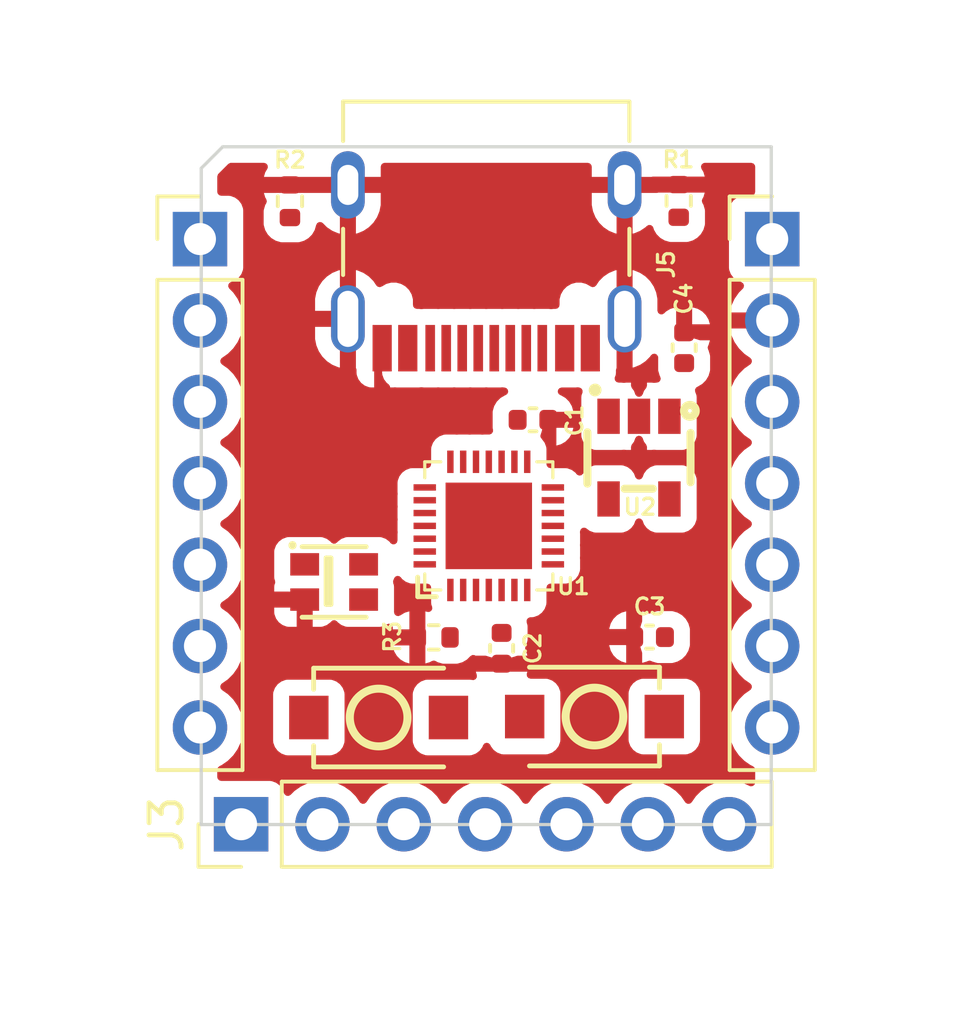
<source format=kicad_pcb>
(kicad_pcb (version 20240108) (generator "pcbnew") (generator_version "8.0")
  (layers (0 "F.Cu" signal) (31 "B.Cu" signal) (34 "B.Paste" user) (35 "F.Paste" user) (36 "B.SilkS" user "B.Silkscreen") (37 "F.SilkS" user "F.Silkscreen") (38 "B.Mask" user) (39 "F.Mask" user) (44 "Edge.Cuts" user))
  (net 0 "")
  (net 1 "Net-(C3-Pad2)")
  (net 2 "/PB1")
  (net 3 "/PA0")
  (net 4 "/UART_TX")
  (net 5 "/PB0")
  (net 6 "/I2C_SCL")
  (net 7 "/I2C_SDA")
  (net 8 "/SPI_MISO")
  (net 9 "/SPI_SCK")
  (net 10 "/UART_RX")
  (net 11 "+3.3V")
  (net 12 "GND")
  (net 13 "/SPI_MOSI")
  (net 14 "/PA1")
  (net 15 "/PB3")
  (net 16 "/LED_OUTPUT")
  (net 17 "/PA15")
  (net 18 "/PB5")
  (net 19 "/PA14")
  (net 20 "/PA13")
  (net 21 "/USB_DN")
  (net 23 "VBUS")
  (net 24 "/USB_DP")
  (net 25 "Net-(J5-CC2)")
  (net 26 "Net-(J5-CC1)")
  (net 28 "/PB4")
  (net 29 "/PD0")
  (net 30 "Net-(U1-BOOT0{slash}PB8)")
  (net 31 "Net-(U1-NRST)")
  (footprint "Resistor_SMD:R_0402_1005Metric" (layer "F.Cu") (at 52.91 40.57 -90)
    (property "Reference" "R1" (at -1.29 0.01 180) (layer "F.SilkS") (effects (font (size 0.5 0.5) (thickness 0.1) (bold yes))))
    (property "Value" "5K1")
    (fp_line (start -0.153641 0.38) (end 0.153641 0.38) (stroke (width 0.12)) (layer "F.SilkS"))
    (fp_line (start -0.153641 -0.38) (end 0.153641 -0.38) (stroke (width 0.12)) (layer "F.SilkS"))
    (pad "1" smd roundrect (at -0.51 0 270) (size 0.54 0.64) (layers "F.Cu" "F.Paste" "F.Mask") (net 12 "GND"))
    (pad "2" smd roundrect (at 0.51 0 270) (size 0.54 0.64) (layers "F.Cu" "F.Paste" "F.Mask") (net 26 "Net-(J5-CC1)"))
  )
  (footprint "Connector_PinHeader_2.54mm:PinHeader_1x07_P2.54mm_Vertical" (layer "F.Cu") (at 39.245 60.02 90)
    (property "Reference" "J3" (at 0 -2.33 90) (layer "F.SilkS"))
    (property "Value" "Conn_01x07_Pin")
    (fp_line (start -1.33 -1.33) (end 0 -1.33) (stroke (width 0.12)) (layer "F.SilkS"))
    (fp_line (start -1.33 0) (end -1.33 -1.33) (stroke (width 0.12)) (layer "F.SilkS"))
    (fp_line (start 1.33 1.27) (end 1.33 16.57) (stroke (width 0.12)) (layer "F.SilkS"))
    (fp_line (start -1.33 1.27) (end 1.33 1.27) (stroke (width 0.12)) (layer "F.SilkS"))
    (fp_line (start -1.33 1.27) (end -1.33 16.57) (stroke (width 0.12)) (layer "F.SilkS"))
    (fp_line (start -1.33 16.57) (end 1.33 16.57) (stroke (width 0.12)) (layer "F.SilkS"))
    (pad "1" thru_hole rect (at 0 0 90) (size 1.7 1.7) (drill 1) (layers "*.Cu" "*.Mask") (net 18 "/PB5"))
    (pad "2" thru_hole oval (at 0 2.54 90) (size 1.7 1.7) (drill 1) (layers "*.Cu" "*.Mask") (net 28 "/PB4"))
    (pad "3" thru_hole oval (at 0 5.08 90) (size 1.7 1.7) (drill 1) (layers "*.Cu" "*.Mask") (net 15 "/PB3"))
    (pad "4" thru_hole oval (at 0 7.62 90) (size 1.7 1.7) (drill 1) (layers "*.Cu" "*.Mask") (net 17 "/PA15"))
    (pad "5" thru_hole oval (at 0 10.16 90) (size 1.7 1.7) (drill 1) (layers "*.Cu" "*.Mask") (net 19 "/PA14"))
    (pad "6" thru_hole oval (at 0 12.7 90) (size 1.7 1.7) (drill 1) (layers "*.Cu" "*.Mask") (net 20 "/PA13"))
    (pad "7" thru_hole oval (at 0 15.24 90) (size 1.7 1.7) (drill 1) (layers "*.Cu" "*.Mask") (net 16 "/LED_OUTPUT"))
  )
  (footprint "lcsc:SW-SMD_L3.9-W3.0-P4.45" (layer "F.Cu") (at 43.54 56.69)
    (property "Reference" "SW1" (hide yes))
    (property "Value" "TS-1088R-02026")
    (fp_line (start -2.03 -1.54) (end -2.03 -0.88) (stroke (width 0.15)) (layer "F.SilkS"))
    (fp_line (start -2.03 1.54) (end -2.03 0.88) (stroke (width 0.15)) (layer "F.SilkS"))
    (fp_line (start 2.03 -1.54) (end -2.03 -1.54) (stroke (width 0.15)) (layer "F.SilkS"))
    (fp_line (start 2.03 1.54) (end -2.03 1.54) (stroke (width 0.15)) (layer "F.SilkS"))
    (fp_circle (center 0 0) (end 0.9 0) (stroke (width 0.25)) (fill none) (layer "F.SilkS"))
    (pad "1" smd rect (at -2.18 0) (size 1.23 1.36) (layers "F.Cu" "F.Paste" "F.Mask") (net 11 "+3.3V"))
    (pad "2" smd rect (at 2.18 0) (size 1.23 1.36) (layers "F.Cu" "F.Paste" "F.Mask") (net 30 "Net-(U1-BOOT0{slash}PB8)"))
  )
  (footprint "Capacitor_SMD:C_0402_1005Metric" (layer "F.Cu") (at 53.08 45.15 90)
    (property "Reference" "C4" (at 1.53 -0.01 90) (layer "F.SilkS") (effects (font (size 0.5 0.5) (thickness 0.1) (bold yes))))
    (property "Value" "1uF")
    (fp_line (start -0.107836 -0.36) (end 0.107836 -0.36) (stroke (width 0.12)) (layer "F.SilkS"))
    (fp_line (start -0.107836 0.36) (end 0.107836 0.36) (stroke (width 0.12)) (layer "F.SilkS"))
    (pad "1" smd roundrect (at -0.48 0 90) (size 0.56 0.62) (layers "F.Cu" "F.Paste" "F.Mask") (net 23 "VBUS"))
    (pad "2" smd roundrect (at 0.48 0 90) (size 0.56 0.62) (layers "F.Cu" "F.Paste" "F.Mask") (net 12 "GND"))
  )
  (footprint "lcsc:LED-SMD_4P-L2.0-W2.0-TL_WS2812B-2020" (layer "F.Cu") (at 42.15 52.46)
    (property "Reference" "LED1" (hide yes))
    (property "Value" "WS2812B-2020")
    (fp_line (start -1.3 -1.15) (end -1.3 -1.14) (stroke (width 0.25)) (layer "F.SilkS"))
    (fp_line (start -1 1.1) (end 1 1.1) (stroke (width 0.15)) (layer "F.SilkS"))
    (fp_line (start -0.25 -0.75) (end -0.25 0.7) (stroke (width 0.15)) (layer "F.SilkS"))
    (fp_line (start -0.25 -0.75) (end -0.1 -0.75) (stroke (width 0.15)) (layer "F.SilkS"))
    (fp_line (start -0.1 -0.75) (end -0.1 0.65) (stroke (width 0.15)) (layer "F.SilkS"))
    (fp_line (start -0.1 0.65) (end -0.1 0.7) (stroke (width 0.15)) (layer "F.SilkS"))
    (fp_line (start -0.1 0.7) (end -0.25 0.7) (stroke (width 0.15)) (layer "F.SilkS"))
    (fp_line (start 1 -1.1) (end -1 -1.1) (stroke (width 0.15)) (layer "F.SilkS"))
    (pad "1" smd rect (at -0.92 -0.55) (size 0.9 0.7) (layers "F.Cu" "F.Paste" "F.Mask") (net 16 "/LED_OUTPUT"))
    (pad "2" smd rect (at -0.92 0.55) (size 0.9 0.7) (layers "F.Cu" "F.Paste" "F.Mask") (net 12 "GND"))
    (pad "3" smd rect (at 0.92 0.55) (size 0.9 0.7) (layers "F.Cu" "F.Paste" "F.Mask") (net 29 "/PD0"))
    (pad "4" smd rect (at 0.92 -0.55) (size 0.9 0.7) (layers "F.Cu" "F.Paste" "F.Mask") (net 11 "+3.3V"))
  )
  (footprint "Connector_PinHeader_2.54mm:PinHeader_1x07_P2.54mm_Vertical" (layer "F.Cu") (at 37.96 41.76)
    (property "Reference" "J1" (hide yes))
    (property "Value" "Conn_01x07_Pin")
    (fp_line (start -1.33 -1.33) (end 0 -1.33) (stroke (width 0.12)) (layer "F.SilkS"))
    (fp_line (start -1.33 0) (end -1.33 -1.33) (stroke (width 0.12)) (layer "F.SilkS"))
    (fp_line (start -1.33 1.27) (end -1.33 16.57) (stroke (width 0.12)) (layer "F.SilkS"))
    (fp_line (start -1.33 1.27) (end 1.33 1.27) (stroke (width 0.12)) (layer "F.SilkS"))
    (fp_line (start -1.33 16.57) (end 1.33 16.57) (stroke (width 0.12)) (layer "F.SilkS"))
    (fp_line (start 1.33 1.27) (end 1.33 16.57) (stroke (width 0.12)) (layer "F.SilkS"))
    (pad "1" thru_hole rect (at 0 0) (size 1.7 1.7) (drill 1) (layers "*.Cu" "*.Mask") (net 2 "/PB1"))
    (pad "2" thru_hole oval (at 0 2.54) (size 1.7 1.7) (drill 1) (layers "*.Cu" "*.Mask") (net 5 "/PB0"))
    (pad "3" thru_hole oval (at 0 5.08) (size 1.7 1.7) (drill 1) (layers "*.Cu" "*.Mask") (net 14 "/PA1"))
    (pad "4" thru_hole oval (at 0 7.62) (size 1.7 1.7) (drill 1) (layers "*.Cu" "*.Mask") (net 3 "/PA0"))
    (pad "5" thru_hole oval (at 0 10.16) (size 1.7 1.7) (drill 1) (layers "*.Cu" "*.Mask") (net 7 "/I2C_SDA"))
    (pad "6" thru_hole oval (at 0 12.7) (size 1.7 1.7) (drill 1) (layers "*.Cu" "*.Mask") (net 6 "/I2C_SCL"))
    (pad "7" thru_hole oval (at 0 15.24) (size 1.7 1.7) (drill 1) (layers "*.Cu" "*.Mask") (net 4 "/UART_TX"))
  )
  (footprint "Capacitor_SMD:C_0402_1005Metric" (layer "F.Cu") (at 48.36 47.4)
    (property "Reference" "C1" (at 1.3 0.02 90) (layer "F.SilkS") (effects (font (size 0.5 0.5) (thickness 0.1) (bold yes))))
    (property "Value" "100nF")
    (fp_line (start -0.107836 -0.36) (end 0.107836 -0.36) (stroke (width 0.12)) (layer "F.SilkS"))
    (fp_line (start -0.107836 0.36) (end 0.107836 0.36) (stroke (width 0.12)) (layer "F.SilkS"))
    (pad "1" smd roundrect (at -0.48 0) (size 0.56 0.62) (layers "F.Cu" "F.Paste" "F.Mask") (net 11 "+3.3V"))
    (pad "2" smd roundrect (at 0.48 0) (size 0.56 0.62) (layers "F.Cu" "F.Paste" "F.Mask") (net 12 "GND"))
  )
  (footprint "Capacitor_SMD:C_0402_1005Metric" (layer "F.Cu") (at 47.38 54.53 -90)
    (property "Reference" "C2" (at 0 -0.97 90) (layer "F.SilkS") (effects (font (size 0.5 0.5) (thickness 0.1) (bold yes))))
    (property "Value" "100nF")
    (fp_line (start -0.107836 0.36) (end 0.107836 0.36) (stroke (width 0.12)) (layer "F.SilkS"))
    (fp_line (start -0.107836 -0.36) (end 0.107836 -0.36) (stroke (width 0.12)) (layer "F.SilkS"))
    (pad "1" smd roundrect (at -0.48 0 270) (size 0.56 0.62) (layers "F.Cu" "F.Paste" "F.Mask") (net 11 "+3.3V"))
    (pad "2" smd roundrect (at 0.48 0 270) (size 0.56 0.62) (layers "F.Cu" "F.Paste" "F.Mask") (net 12 "GND"))
  )
  (footprint "lcsc:TSOT-23-5_L2.9-W1.6-P0.95-LS2.8-BR" (layer "F.Cu") (at 51.67 48.58 90)
    (property "Reference" "U2" (at -1.54 0.03 180) (layer "F.SilkS") (effects (font (size 0.5 0.5) (thickness 0.1) (bold yes))))
    (property "Value" "RT9078-33GJ5")
    (fp_line (start -0.81 -1.61) (end 0.79 -1.61) (stroke (width 0.25)) (layer "F.SilkS"))
    (fp_line (start -0.97 0.43) (end -0.97 -0.45) (stroke (width 0.25)) (layer "F.SilkS"))
    (fp_line (start -0.77 1.61) (end 0.77 1.61) (stroke (width 0.25)) (layer "F.SilkS"))
    (fp_circle (center 1.46 1.59) (end 1.52 1.59) (stroke (width 0.25)) (fill none) (layer "F.SilkS"))
    (pad "1" smd rect (at 1.29 0.95 90) (size 1.1 0.7) (layers "F.Cu" "F.Paste" "F.Mask") (net 23 "VBUS"))
    (pad "2" smd rect (at 1.29 0 90) (size 1.1 0.7) (layers "F.Cu" "F.Paste" "F.Mask") (net 12 "GND"))
    (pad "3" smd rect (at 1.29 -0.95 90) (size 1.1 0.7) (layers "F.Cu" "F.Paste" "F.Mask") (net 23 "VBUS"))
    (pad "4" smd rect (at -1.29 -0.95 270) (size 1.1 0.7) (layers "F.Cu" "F.Paste" "F.Mask"))
    (pad "5" smd rect (at -1.29 0.95 270) (size 1.1 0.7) (layers "F.Cu" "F.Paste" "F.Mask") (net 11 "+3.3V"))
  )
  (footprint "Resistor_SMD:R_0402_1005Metric" (layer "F.Cu") (at 45.26 54.19)
    (property "Reference" "R3" (at -1.29 -0.02 90) (layer "F.SilkS") (effects (font (size 0.5 0.5) (thickness 0.1) (bold yes))))
    (property "Value" "5K1")
    (fp_line (start -0.153641 -0.38) (end 0.153641 -0.38) (stroke (width 0.12)) (layer "F.SilkS"))
    (fp_line (start -0.153641 0.38) (end 0.153641 0.38) (stroke (width 0.12)) (layer "F.SilkS"))
    (pad "1" smd roundrect (at -0.51 0) (size 0.54 0.64) (layers "F.Cu" "F.Paste" "F.Mask") (net 12 "GND"))
    (pad "2" smd roundrect (at 0.51 0) (size 0.54 0.64) (layers "F.Cu" "F.Paste" "F.Mask") (net 30 "Net-(U1-BOOT0{slash}PB8)"))
  )
  (footprint "Resistor_SMD:R_0402_1005Metric" (layer "F.Cu") (at 40.77 40.58 90)
    (property "Reference" "R2" (at 1.29 0 180) (layer "F.SilkS") (effects (font (size 0.5 0.5) (thickness 0.1) (bold yes))))
    (property "Value" "5K1")
    (fp_line (start -0.153641 -0.38) (end 0.153641 -0.38) (stroke (width 0.12)) (layer "F.SilkS"))
    (fp_line (start -0.153641 0.38) (end 0.153641 0.38) (stroke (width 0.12)) (layer "F.SilkS"))
    (pad "1" smd roundrect (at -0.51 0 90) (size 0.54 0.64) (layers "F.Cu" "F.Paste" "F.Mask") (net 25 "Net-(J5-CC2)"))
    (pad "2" smd roundrect (at 0.51 0 90) (size 0.54 0.64) (layers "F.Cu" "F.Paste" "F.Mask") (net 12 "GND"))
  )
  (footprint "lcsc:QFN-28_L4.0-W4.0-P0.40-BL-EP2.7" (layer "F.Cu") (at 46.98 50.71)
    (property "Reference" "U1" (at 2.64 1.89 0) (layer "F.SilkS") (effects (font (size 0.5 0.5) (thickness 0.1) (bold yes))))
    (property "Value" "CH32V203G6U6")
    (fp_line (start -2.22 1.6) (end -2.22 2.21) (stroke (width 0.15)) (layer "F.SilkS"))
    (fp_line (start -2.22 2.21) (end -1.64 2.21) (stroke (width 0.15)) (layer "F.SilkS"))
    (fp_line (start -2 -2) (end -1.5 -2) (stroke (width 0.1)) (layer "F.SilkS"))
    (fp_line (start -2 -1.5) (end -2 -2) (stroke (width 0.1)) (layer "F.SilkS"))
    (fp_line (start -2 2) (end -2 1.5) (stroke (width 0.1)) (layer "F.SilkS"))
    (fp_line (start -1.5 2) (end -2 2) (stroke (width 0.1)) (layer "F.SilkS"))
    (fp_line (start 1.5 -2) (end 2 -2) (stroke (width 0.1)) (layer "F.SilkS"))
    (fp_line (start 2 -2) (end 2 -1.5) (stroke (width 0.1)) (layer "F.SilkS"))
    (fp_line (start 2 1.5) (end 2 2) (stroke (width 0.1)) (layer "F.SilkS"))
    (fp_line (start 2 2) (end 1.5 2) (stroke (width 0.1)) (layer "F.SilkS"))
    (pad "1" smd rect (at -1.2 2) (size 0.2 0.7) (layers "F.Cu" "F.Paste" "F.Mask") (net 30 "Net-(U1-BOOT0{slash}PB8)"))
    (pad "2" smd rect (at -0.8 2) (size 0.2 0.7) (layers "F.Cu" "F.Paste" "F.Mask") (net 29 "/PD0"))
    (pad "3" smd rect (at -0.4 2) (size 0.2 0.7) (layers "F.Cu" "F.Paste" "F.Mask"))
    (pad "4" smd rect (at 0 2) (size 0.2 0.7) (layers "F.Cu" "F.Paste" "F.Mask") (net 31 "Net-(U1-NRST)"))
    (pad "5" smd rect (at 0.4 2) (size 0.2 0.7) (layers "F.Cu" "F.Paste" "F.Mask") (net 11 "+3.3V"))
    (pad "6" smd rect (at 0.8 2) (size 0.2 0.7) (layers "F.Cu" "F.Paste" "F.Mask") (net 3 "/PA0"))
    (pad "7" smd rect (at 1.2 2) (size 0.2 0.7) (layers "F.Cu" "F.Paste" "F.Mask") (net 14 "/PA1"))
    (pad "8" smd rect (at 2 1.2) (size 0.7 0.2) (layers "F.Cu" "F.Paste" "F.Mask") (net 4 "/UART_TX"))
    (pad "9" smd rect (at 2 0.8) (size 0.7 0.2) (layers "F.Cu" "F.Paste" "F.Mask") (net 10 "/UART_RX"))
    (pad "10" smd rect (at 2 0.4) (size 0.7 0.2) (layers "F.Cu" "F.Paste" "F.Mask"))
    (pad "11" smd rect (at 2 0) (size 0.7 0.2) (layers "F.Cu" "F.Paste" "F.Mask") (net 9 "/SPI_SCK"))
    (pad "12" smd rect (at 2 -0.4) (size 0.7 0.2) (layers "F.Cu" "F.Paste" "F.Mask") (net 8 "/SPI_MISO"))
    (pad "13" smd rect (at 2 -0.8) (size 0.7 0.2) (layers "F.Cu" "F.Paste" "F.Mask") (net 13 "/SPI_MOSI"))
    (pad "14" smd rect (at 2 -1.2) (size 0.7 0.2) (layers "F.Cu" "F.Paste" "F.Mask") (net 5 "/PB0"))
    (pad "15" smd rect (at 1.2 -2) (size 0.2 0.7) (layers "F.Cu" "F.Paste" "F.Mask") (net 2 "/PB1"))
    (pad "16" smd rect (at 0.8 -2) (size 0.2 0.7) (layers "F.Cu" "F.Paste" "F.Mask") (net 12 "GND"))
    (pad "17" smd rect (at 0.4 -2) (size 0.2 0.7) (layers "F.Cu" "F.Paste" "F.Mask") (net 11 "+3.3V"))
    (pad "18" smd rect (at 0 -2) (size 0.2 0.7) (layers "F.Cu" "F.Paste" "F.Mask"))
    (pad "19" smd rect (at -0.4 -2) (size 0.2 0.7) (layers "F.Cu" "F.Paste" "F.Mask") (net 21 "/USB_DN"))
    (pad "20" smd rect (at -0.8 -2) (size 0.2 0.7) (layers "F.Cu" "F.Paste" "F.Mask") (net 24 "/USB_DP"))
    (pad "21" smd rect (at -1.2 -2) (size 0.2 0.7) (layers "F.Cu" "F.Paste" "F.Mask") (net 20 "/PA13"))
    (pad "22" smd rect (at -2 -1.2) (size 0.7 0.2) (layers "F.Cu" "F.Paste" "F.Mask") (net 19 "/PA14"))
    (pad "23" smd rect (at -2 -0.8) (size 0.7 0.2) (layers "F.Cu" "F.Paste" "F.Mask") (net 17 "/PA15"))
    (pad "24" smd rect (at -2 -0.4) (size 0.7 0.2) (layers "F.Cu" "F.Paste" "F.Mask") (net 15 "/PB3"))
    (pad "25" smd rect (at -2 0) (size 0.7 0.2) (layers "F.Cu" "F.Paste" "F.Mask") (net 28 "/PB4"))
    (pad "26" smd rect (at -2 0.4) (size 0.7 0.2) (layers "F.Cu" "F.Paste" "F.Mask") (net 18 "/PB5"))
    (pad "27" smd rect (at -2 0.8) (size 0.7 0.2) (layers "F.Cu" "F.Paste" "F.Mask") (net 6 "/I2C_SCL"))
    (pad "28" smd rect (at -2 1.2) (size 0.7 0.2) (layers "F.Cu" "F.Paste" "F.Mask") (net 7 "/I2C_SDA"))
    (pad "29" smd rect (at 0 0) (size 2.7 2.7) (layers "F.Cu" "F.Paste" "F.Mask") (net 12 "GND"))
  )
  (footprint "lcsc:SW-SMD_L3.9-W3.0-P4.45" (layer "F.Cu") (at 50.28 56.66 180)
    (property "Reference" "SW2" (hide yes))
    (property "Value" "TS-1088R-02026")
    (fp_line (start 2.03 1.54) (end -2.03 1.54) (stroke (width 0.15)) (layer "F.SilkS"))
    (fp_line (start 2.03 -1.54) (end -2.03 -1.54) (stroke (width 0.15)) (layer "F.SilkS"))
    (fp_line (start -2.03 1.54) (end -2.03 0.88) (stroke (width 0.15)) (layer "F.SilkS"))
    (fp_line (start -2.03 -1.54) (end -2.03 -0.88) (stroke (width 0.15)) (layer "F.SilkS"))
    (fp_circle (center 0 0) (end 0.9 0) (stroke (width 0.25)) (fill none) (layer "F.SilkS"))
    (pad "1" smd rect (at -2.18 0 180) (size 1.23 1.36) (layers "F.Cu" "F.Paste" "F.Mask") (net 1 "Net-(C3-Pad2)"))
    (pad "2" smd rect (at 2.18 0 180) (size 1.23 1.36) (layers "F.Cu" "F.Paste" "F.Mask") (net 31 "Net-(U1-NRST)"))
  )
  (footprint "Capacitor_SMD:C_0402_1005Metric" (layer "F.Cu") (at 52 54.18)
    (property "Reference" "C3" (at 0 -0.95 0) (layer "F.SilkS") (effects (font (size 0.5 0.5) (thickness 0.1) (bold yes))))
    (property "Value" "100nF")
    (fp_line (start -0.107836 -0.36) (end 0.107836 -0.36) (stroke (width 0.12)) (layer "F.SilkS"))
    (fp_line (start -0.107836 0.36) (end 0.107836 0.36) (stroke (width 0.12)) (layer "F.SilkS"))
    (pad "1" smd roundrect (at -0.48 0) (size 0.56 0.62) (layers "F.Cu" "F.Paste" "F.Mask") (net 12 "GND"))
    (pad "2" smd roundrect (at 0.48 0) (size 0.56 0.62) (layers "F.Cu" "F.Paste" "F.Mask") (net 1 "Net-(C3-Pad2)"))
  )
  (footprint "Connector_PinHeader_2.54mm:PinHeader_1x07_P2.54mm_Vertical" (layer "F.Cu") (at 55.83 41.76)
    (property "Reference" "J2" (hide yes))
    (property "Value" "Conn_01x07_Pin")
    (fp_line (start -1.33 -1.33) (end 0 -1.33) (stroke (width 0.12)) (layer "F.SilkS"))
    (fp_line (start -1.33 0) (end -1.33 -1.33) (stroke (width 0.12)) (layer "F.SilkS"))
    (fp_line (start -1.33 1.27) (end -1.33 16.57) (stroke (width 0.12)) (layer "F.SilkS"))
    (fp_line (start -1.33 1.27) (end 1.33 1.27) (stroke (width 0.12)) (layer "F.SilkS"))
    (fp_line (start -1.33 16.57) (end 1.33 16.57) (stroke (width 0.12)) (layer "F.SilkS"))
    (fp_line (start 1.33 1.27) (end 1.33 16.57) (stroke (width 0.12)) (layer "F.SilkS"))
    (pad "1" thru_hole rect (at 0 0) (size 1.7 1.7) (drill 1) (layers "*.Cu" "*.Mask") (net 23 "VBUS"))
    (pad "2" thru_hole oval (at 0 2.54) (size 1.7 1.7) (drill 1) (layers "*.Cu" "*.Mask") (net 12 "GND"))
    (pad "3" thru_hole oval (at 0 5.08) (size 1.7 1.7) (drill 1) (layers "*.Cu" "*.Mask") (net 11 "+3.3V"))
    (pad "4" thru_hole oval (at 0 7.62) (size 1.7 1.7) (drill 1) (layers "*.Cu" "*.Mask") (net 13 "/SPI_MOSI"))
    (pad "5" thru_hole oval (at 0 10.16) (size 1.7 1.7) (drill 1) (layers "*.Cu" "*.Mask") (net 8 "/SPI_MISO"))
    (pad "6" thru_hole oval (at 0 12.7) (size 1.7 1.7) (drill 1) (layers "*.Cu" "*.Mask") (net 9 "/SPI_SCK"))
    (pad "7" thru_hole oval (at 0 15.24) (size 1.7 1.7) (drill 1) (layers "*.Cu" "*.Mask") (net 10 "/UART_RX"))
  )
  (footprint "TYPE-C-31-M-12:HRO_TYPE-C-31-M-12" (layer "F.Cu") (at 46.9 40.07 180)
    (property "Reference" "J5" (at -5.62 -2.48 90) (layer "F.SilkS") (effects (font (size 0.5 0.5) (thickness 0.1) (bold yes))))
    (property "Value" "TYPE-C-31-M-12")
    (fp_line (start 4.47 2.6) (end -4.47 2.6) (stroke (width 0.127)) (layer "F.SilkS"))
    (fp_line (start 4.47 1.37) (end 4.47 2.6) (stroke (width 0.127)) (layer "F.SilkS"))
    (fp_line (start 4.47 -2.81) (end 4.47 -1.37) (stroke (width 0.127)) (layer "F.SilkS"))
    (fp_line (start -4.47 2.6) (end -4.47 1.37) (stroke (width 0.127)) (layer "F.SilkS"))
    (fp_line (start -4.47 -2.81) (end -4.47 -1.37) (stroke (width 0.127)) (layer "F.SilkS"))
    (fp_circle (center -3.4 -6.4) (end -3.3 -6.4) (stroke (width 0.2)) (fill none) (layer "F.SilkS"))
    (pad "" np_thru_hole circle (at -2.89 -3.65 180) (size 0.7 0.7) (drill 0.7) (layers "*.Cu" "*.Mask"))
    (pad "" np_thru_hole circle (at 2.89 -3.65 180) (size 0.7 0.7) (drill 0.7) (layers "*.Cu" "*.Mask"))
    (pad "A1B12" smd rect (at -3.25 -5.095 180) (size 0.6 1.45) (layers "F.Cu" "F.Paste" "F.Mask") (net 12 "GND"))
    (pad "A4B9" smd rect (at -2.45 -5.095 180) (size 0.6 1.45) (layers "F.Cu" "F.Paste" "F.Mask") (net 23 "VBUS"))
    (pad "A5" smd rect (at -1.25 -5.095 180) (size 0.3 1.45) (layers "F.Cu" "F.Paste" "F.Mask") (net 26 "Net-(J5-CC1)"))
    (pad "A6" smd rect (at -0.25 -5.095 180) (size 0.3 1.45) (layers "F.Cu" "F.Paste" "F.Mask") (net 24 "/USB_DP"))
    (pad "A7" smd rect (at 0.25 -5.095 180) (size 0.3 1.45) (layers "F.Cu" "F.Paste" "F.Mask") (net 21 "/USB_DN"))
    (pad "A8" smd rect (at 1.25 -5.095 180) (size 0.3 1.45) (layers "F.Cu" "F.Paste" "F.Mask"))
    (pad "B1A12" smd rect (at 3.25 -5.095 180) (size 0.6 1.45) (layers "F.Cu" "F.Paste" "F.Mask") (net 12 "GND"))
    (pad "B4A9" smd rect (at 2.45 -5.095 180) (size 0.6 1.45) (layers "F.Cu" "F.Paste" "F.Mask") (net 23 "VBUS"))
    (pad "B5" smd rect (at 1.75 -5.095 180) (size 0.3 1.45) (layers "F.Cu" "F.Paste" "F.Mask") (net 25 "Net-(J5-CC2)"))
    (pad "B6" smd rect (at 0.75 -5.095 180) (size 0.3 1.45) (layers "F.Cu" "F.Paste" "F.Mask") (net 24 "/USB_DP"))
    (pad "B7" smd rect (at -0.75 -5.095 180) (size 0.3 1.45) (layers "F.Cu" "F.Paste" "F.Mask") (net 21 "/USB_DN"))
    (pad "B8" smd rect (at -1.75 -5.095 180) (size 0.3 1.45) (layers "F.Cu" "F.Paste" "F.Mask"))
    (pad "S1" thru_hole oval (at -4.32 -4.18 180) (size 1.05 2.1) (drill oval 0.65 1.75) (layers "*.Cu" "*.Mask") (net 12 "GND"))
    (pad "S2" thru_hole oval (at 4.32 -4.18 180) (size 1.05 2.1) (drill oval 0.65 1.75) (layers "*.Cu" "*.Mask") (net 12 "GND"))
    (pad "S3" thru_hole oval (at -4.32 0 180) (size 1.05 2.1) (drill oval 0.65 1.25) (layers "*.Cu" "*.Mask") (net 12 "GND"))
    (pad "S4" thru_hole oval (at 4.32 0 180) (size 1.05 2.1) (drill oval 0.65 1.25) (layers "*.Cu" "*.Mask") (net 12 "GND"))
  )
  (gr_line (start 38.671541 38.88) (end 55.8 38.88) (stroke (width 0.1)) (layer "Edge.Cuts"))
  (gr_line (start 55.8 38.88) (end 55.8 60.03) (stroke (width 0.1)) (layer "Edge.Cuts"))
  (gr_line (start 38 60.03) (end 38 39.5515) (stroke (width 0.1)) (layer "Edge.Cuts"))
  (gr_line (start 38 39.5515) (end 38.671541 38.88) (stroke (width 0.1)) (layer "Edge.Cuts"))
  (gr_line (start 55.8 60.03) (end 38 60.03) (stroke (width 0.1)) (layer "Edge.Cuts"))
  (zone (net 12) (net_name "GND") (layers "F&B.Cu") (connect_pads (clearance 0.5)) (min_thickness 0.25) (fill yes (thermal_gap 0.5) (thermal_bridge_width 0.5))
    (polygon (pts (xy 34.47 34.39) (xy 34.37 62.82) (xy 60.79 62.82) (xy 60.79 34.3)))
  )
)
</source>
